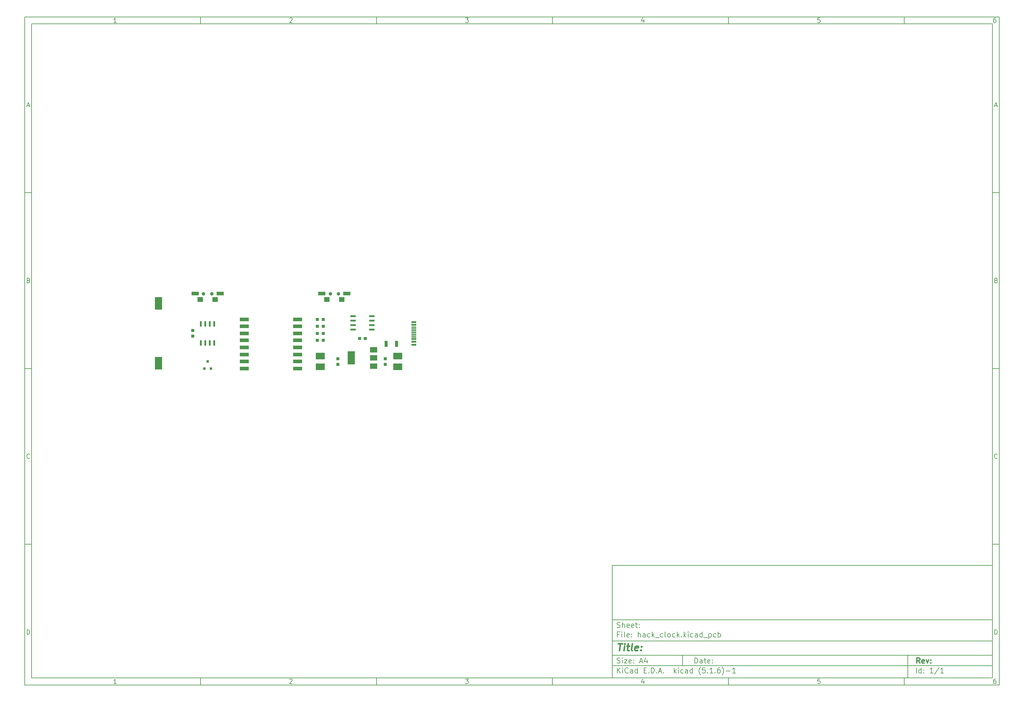
<source format=gtp>
G04 #@! TF.GenerationSoftware,KiCad,Pcbnew,(5.1.6)-1*
G04 #@! TF.CreationDate,2020-07-24T11:40:27+08:00*
G04 #@! TF.ProjectId,hack_clock,6861636b-5f63-46c6-9f63-6b2e6b696361,rev?*
G04 #@! TF.SameCoordinates,Original*
G04 #@! TF.FileFunction,Paste,Top*
G04 #@! TF.FilePolarity,Positive*
%FSLAX46Y46*%
G04 Gerber Fmt 4.6, Leading zero omitted, Abs format (unit mm)*
G04 Created by KiCad (PCBNEW (5.1.6)-1) date 2020-07-24 11:40:27*
%MOMM*%
%LPD*%
G01*
G04 APERTURE LIST*
%ADD10C,0.150000*%
%ADD11C,0.300000*%
%ADD12C,0.400000*%
%ADD13R,2.499360X1.950720*%
%ADD14R,1.450000X0.300000*%
%ADD15R,1.450000X0.600000*%
%ADD16R,0.900000X1.700000*%
%ADD17R,2.500000X1.000000*%
%ADD18C,1.000000*%
%ADD19R,2.000000X1.000000*%
%ADD20R,1.500000X1.400000*%
%ADD21R,2.000000X3.600000*%
%ADD22R,0.965000X0.920000*%
%ADD23R,0.920000X0.965000*%
%ADD24R,0.800100X0.800100*%
%ADD25R,0.600000X1.550000*%
%ADD26R,1.550000X0.600000*%
%ADD27R,2.000000X1.500000*%
%ADD28R,2.000000X3.800000*%
G04 APERTURE END LIST*
D10*
X177002200Y-166007200D02*
X177002200Y-198007200D01*
X285002200Y-198007200D01*
X285002200Y-166007200D01*
X177002200Y-166007200D01*
X10000000Y-10000000D02*
X10000000Y-200007200D01*
X287002200Y-200007200D01*
X287002200Y-10000000D01*
X10000000Y-10000000D01*
X12000000Y-12000000D02*
X12000000Y-198007200D01*
X285002200Y-198007200D01*
X285002200Y-12000000D01*
X12000000Y-12000000D01*
X60000000Y-12000000D02*
X60000000Y-10000000D01*
X110000000Y-12000000D02*
X110000000Y-10000000D01*
X160000000Y-12000000D02*
X160000000Y-10000000D01*
X210000000Y-12000000D02*
X210000000Y-10000000D01*
X260000000Y-12000000D02*
X260000000Y-10000000D01*
X36065476Y-11588095D02*
X35322619Y-11588095D01*
X35694047Y-11588095D02*
X35694047Y-10288095D01*
X35570238Y-10473809D01*
X35446428Y-10597619D01*
X35322619Y-10659523D01*
X85322619Y-10411904D02*
X85384523Y-10350000D01*
X85508333Y-10288095D01*
X85817857Y-10288095D01*
X85941666Y-10350000D01*
X86003571Y-10411904D01*
X86065476Y-10535714D01*
X86065476Y-10659523D01*
X86003571Y-10845238D01*
X85260714Y-11588095D01*
X86065476Y-11588095D01*
X135260714Y-10288095D02*
X136065476Y-10288095D01*
X135632142Y-10783333D01*
X135817857Y-10783333D01*
X135941666Y-10845238D01*
X136003571Y-10907142D01*
X136065476Y-11030952D01*
X136065476Y-11340476D01*
X136003571Y-11464285D01*
X135941666Y-11526190D01*
X135817857Y-11588095D01*
X135446428Y-11588095D01*
X135322619Y-11526190D01*
X135260714Y-11464285D01*
X185941666Y-10721428D02*
X185941666Y-11588095D01*
X185632142Y-10226190D02*
X185322619Y-11154761D01*
X186127380Y-11154761D01*
X236003571Y-10288095D02*
X235384523Y-10288095D01*
X235322619Y-10907142D01*
X235384523Y-10845238D01*
X235508333Y-10783333D01*
X235817857Y-10783333D01*
X235941666Y-10845238D01*
X236003571Y-10907142D01*
X236065476Y-11030952D01*
X236065476Y-11340476D01*
X236003571Y-11464285D01*
X235941666Y-11526190D01*
X235817857Y-11588095D01*
X235508333Y-11588095D01*
X235384523Y-11526190D01*
X235322619Y-11464285D01*
X285941666Y-10288095D02*
X285694047Y-10288095D01*
X285570238Y-10350000D01*
X285508333Y-10411904D01*
X285384523Y-10597619D01*
X285322619Y-10845238D01*
X285322619Y-11340476D01*
X285384523Y-11464285D01*
X285446428Y-11526190D01*
X285570238Y-11588095D01*
X285817857Y-11588095D01*
X285941666Y-11526190D01*
X286003571Y-11464285D01*
X286065476Y-11340476D01*
X286065476Y-11030952D01*
X286003571Y-10907142D01*
X285941666Y-10845238D01*
X285817857Y-10783333D01*
X285570238Y-10783333D01*
X285446428Y-10845238D01*
X285384523Y-10907142D01*
X285322619Y-11030952D01*
X60000000Y-198007200D02*
X60000000Y-200007200D01*
X110000000Y-198007200D02*
X110000000Y-200007200D01*
X160000000Y-198007200D02*
X160000000Y-200007200D01*
X210000000Y-198007200D02*
X210000000Y-200007200D01*
X260000000Y-198007200D02*
X260000000Y-200007200D01*
X36065476Y-199595295D02*
X35322619Y-199595295D01*
X35694047Y-199595295D02*
X35694047Y-198295295D01*
X35570238Y-198481009D01*
X35446428Y-198604819D01*
X35322619Y-198666723D01*
X85322619Y-198419104D02*
X85384523Y-198357200D01*
X85508333Y-198295295D01*
X85817857Y-198295295D01*
X85941666Y-198357200D01*
X86003571Y-198419104D01*
X86065476Y-198542914D01*
X86065476Y-198666723D01*
X86003571Y-198852438D01*
X85260714Y-199595295D01*
X86065476Y-199595295D01*
X135260714Y-198295295D02*
X136065476Y-198295295D01*
X135632142Y-198790533D01*
X135817857Y-198790533D01*
X135941666Y-198852438D01*
X136003571Y-198914342D01*
X136065476Y-199038152D01*
X136065476Y-199347676D01*
X136003571Y-199471485D01*
X135941666Y-199533390D01*
X135817857Y-199595295D01*
X135446428Y-199595295D01*
X135322619Y-199533390D01*
X135260714Y-199471485D01*
X185941666Y-198728628D02*
X185941666Y-199595295D01*
X185632142Y-198233390D02*
X185322619Y-199161961D01*
X186127380Y-199161961D01*
X236003571Y-198295295D02*
X235384523Y-198295295D01*
X235322619Y-198914342D01*
X235384523Y-198852438D01*
X235508333Y-198790533D01*
X235817857Y-198790533D01*
X235941666Y-198852438D01*
X236003571Y-198914342D01*
X236065476Y-199038152D01*
X236065476Y-199347676D01*
X236003571Y-199471485D01*
X235941666Y-199533390D01*
X235817857Y-199595295D01*
X235508333Y-199595295D01*
X235384523Y-199533390D01*
X235322619Y-199471485D01*
X285941666Y-198295295D02*
X285694047Y-198295295D01*
X285570238Y-198357200D01*
X285508333Y-198419104D01*
X285384523Y-198604819D01*
X285322619Y-198852438D01*
X285322619Y-199347676D01*
X285384523Y-199471485D01*
X285446428Y-199533390D01*
X285570238Y-199595295D01*
X285817857Y-199595295D01*
X285941666Y-199533390D01*
X286003571Y-199471485D01*
X286065476Y-199347676D01*
X286065476Y-199038152D01*
X286003571Y-198914342D01*
X285941666Y-198852438D01*
X285817857Y-198790533D01*
X285570238Y-198790533D01*
X285446428Y-198852438D01*
X285384523Y-198914342D01*
X285322619Y-199038152D01*
X10000000Y-60000000D02*
X12000000Y-60000000D01*
X10000000Y-110000000D02*
X12000000Y-110000000D01*
X10000000Y-160000000D02*
X12000000Y-160000000D01*
X10690476Y-35216666D02*
X11309523Y-35216666D01*
X10566666Y-35588095D02*
X11000000Y-34288095D01*
X11433333Y-35588095D01*
X11092857Y-84907142D02*
X11278571Y-84969047D01*
X11340476Y-85030952D01*
X11402380Y-85154761D01*
X11402380Y-85340476D01*
X11340476Y-85464285D01*
X11278571Y-85526190D01*
X11154761Y-85588095D01*
X10659523Y-85588095D01*
X10659523Y-84288095D01*
X11092857Y-84288095D01*
X11216666Y-84350000D01*
X11278571Y-84411904D01*
X11340476Y-84535714D01*
X11340476Y-84659523D01*
X11278571Y-84783333D01*
X11216666Y-84845238D01*
X11092857Y-84907142D01*
X10659523Y-84907142D01*
X11402380Y-135464285D02*
X11340476Y-135526190D01*
X11154761Y-135588095D01*
X11030952Y-135588095D01*
X10845238Y-135526190D01*
X10721428Y-135402380D01*
X10659523Y-135278571D01*
X10597619Y-135030952D01*
X10597619Y-134845238D01*
X10659523Y-134597619D01*
X10721428Y-134473809D01*
X10845238Y-134350000D01*
X11030952Y-134288095D01*
X11154761Y-134288095D01*
X11340476Y-134350000D01*
X11402380Y-134411904D01*
X10659523Y-185588095D02*
X10659523Y-184288095D01*
X10969047Y-184288095D01*
X11154761Y-184350000D01*
X11278571Y-184473809D01*
X11340476Y-184597619D01*
X11402380Y-184845238D01*
X11402380Y-185030952D01*
X11340476Y-185278571D01*
X11278571Y-185402380D01*
X11154761Y-185526190D01*
X10969047Y-185588095D01*
X10659523Y-185588095D01*
X287002200Y-60000000D02*
X285002200Y-60000000D01*
X287002200Y-110000000D02*
X285002200Y-110000000D01*
X287002200Y-160000000D02*
X285002200Y-160000000D01*
X285692676Y-35216666D02*
X286311723Y-35216666D01*
X285568866Y-35588095D02*
X286002200Y-34288095D01*
X286435533Y-35588095D01*
X286095057Y-84907142D02*
X286280771Y-84969047D01*
X286342676Y-85030952D01*
X286404580Y-85154761D01*
X286404580Y-85340476D01*
X286342676Y-85464285D01*
X286280771Y-85526190D01*
X286156961Y-85588095D01*
X285661723Y-85588095D01*
X285661723Y-84288095D01*
X286095057Y-84288095D01*
X286218866Y-84350000D01*
X286280771Y-84411904D01*
X286342676Y-84535714D01*
X286342676Y-84659523D01*
X286280771Y-84783333D01*
X286218866Y-84845238D01*
X286095057Y-84907142D01*
X285661723Y-84907142D01*
X286404580Y-135464285D02*
X286342676Y-135526190D01*
X286156961Y-135588095D01*
X286033152Y-135588095D01*
X285847438Y-135526190D01*
X285723628Y-135402380D01*
X285661723Y-135278571D01*
X285599819Y-135030952D01*
X285599819Y-134845238D01*
X285661723Y-134597619D01*
X285723628Y-134473809D01*
X285847438Y-134350000D01*
X286033152Y-134288095D01*
X286156961Y-134288095D01*
X286342676Y-134350000D01*
X286404580Y-134411904D01*
X285661723Y-185588095D02*
X285661723Y-184288095D01*
X285971247Y-184288095D01*
X286156961Y-184350000D01*
X286280771Y-184473809D01*
X286342676Y-184597619D01*
X286404580Y-184845238D01*
X286404580Y-185030952D01*
X286342676Y-185278571D01*
X286280771Y-185402380D01*
X286156961Y-185526190D01*
X285971247Y-185588095D01*
X285661723Y-185588095D01*
X200434342Y-193785771D02*
X200434342Y-192285771D01*
X200791485Y-192285771D01*
X201005771Y-192357200D01*
X201148628Y-192500057D01*
X201220057Y-192642914D01*
X201291485Y-192928628D01*
X201291485Y-193142914D01*
X201220057Y-193428628D01*
X201148628Y-193571485D01*
X201005771Y-193714342D01*
X200791485Y-193785771D01*
X200434342Y-193785771D01*
X202577200Y-193785771D02*
X202577200Y-193000057D01*
X202505771Y-192857200D01*
X202362914Y-192785771D01*
X202077200Y-192785771D01*
X201934342Y-192857200D01*
X202577200Y-193714342D02*
X202434342Y-193785771D01*
X202077200Y-193785771D01*
X201934342Y-193714342D01*
X201862914Y-193571485D01*
X201862914Y-193428628D01*
X201934342Y-193285771D01*
X202077200Y-193214342D01*
X202434342Y-193214342D01*
X202577200Y-193142914D01*
X203077200Y-192785771D02*
X203648628Y-192785771D01*
X203291485Y-192285771D02*
X203291485Y-193571485D01*
X203362914Y-193714342D01*
X203505771Y-193785771D01*
X203648628Y-193785771D01*
X204720057Y-193714342D02*
X204577200Y-193785771D01*
X204291485Y-193785771D01*
X204148628Y-193714342D01*
X204077200Y-193571485D01*
X204077200Y-193000057D01*
X204148628Y-192857200D01*
X204291485Y-192785771D01*
X204577200Y-192785771D01*
X204720057Y-192857200D01*
X204791485Y-193000057D01*
X204791485Y-193142914D01*
X204077200Y-193285771D01*
X205434342Y-193642914D02*
X205505771Y-193714342D01*
X205434342Y-193785771D01*
X205362914Y-193714342D01*
X205434342Y-193642914D01*
X205434342Y-193785771D01*
X205434342Y-192857200D02*
X205505771Y-192928628D01*
X205434342Y-193000057D01*
X205362914Y-192928628D01*
X205434342Y-192857200D01*
X205434342Y-193000057D01*
X177002200Y-194507200D02*
X285002200Y-194507200D01*
X178434342Y-196585771D02*
X178434342Y-195085771D01*
X179291485Y-196585771D02*
X178648628Y-195728628D01*
X179291485Y-195085771D02*
X178434342Y-195942914D01*
X179934342Y-196585771D02*
X179934342Y-195585771D01*
X179934342Y-195085771D02*
X179862914Y-195157200D01*
X179934342Y-195228628D01*
X180005771Y-195157200D01*
X179934342Y-195085771D01*
X179934342Y-195228628D01*
X181505771Y-196442914D02*
X181434342Y-196514342D01*
X181220057Y-196585771D01*
X181077200Y-196585771D01*
X180862914Y-196514342D01*
X180720057Y-196371485D01*
X180648628Y-196228628D01*
X180577200Y-195942914D01*
X180577200Y-195728628D01*
X180648628Y-195442914D01*
X180720057Y-195300057D01*
X180862914Y-195157200D01*
X181077200Y-195085771D01*
X181220057Y-195085771D01*
X181434342Y-195157200D01*
X181505771Y-195228628D01*
X182791485Y-196585771D02*
X182791485Y-195800057D01*
X182720057Y-195657200D01*
X182577200Y-195585771D01*
X182291485Y-195585771D01*
X182148628Y-195657200D01*
X182791485Y-196514342D02*
X182648628Y-196585771D01*
X182291485Y-196585771D01*
X182148628Y-196514342D01*
X182077200Y-196371485D01*
X182077200Y-196228628D01*
X182148628Y-196085771D01*
X182291485Y-196014342D01*
X182648628Y-196014342D01*
X182791485Y-195942914D01*
X184148628Y-196585771D02*
X184148628Y-195085771D01*
X184148628Y-196514342D02*
X184005771Y-196585771D01*
X183720057Y-196585771D01*
X183577200Y-196514342D01*
X183505771Y-196442914D01*
X183434342Y-196300057D01*
X183434342Y-195871485D01*
X183505771Y-195728628D01*
X183577200Y-195657200D01*
X183720057Y-195585771D01*
X184005771Y-195585771D01*
X184148628Y-195657200D01*
X186005771Y-195800057D02*
X186505771Y-195800057D01*
X186720057Y-196585771D02*
X186005771Y-196585771D01*
X186005771Y-195085771D01*
X186720057Y-195085771D01*
X187362914Y-196442914D02*
X187434342Y-196514342D01*
X187362914Y-196585771D01*
X187291485Y-196514342D01*
X187362914Y-196442914D01*
X187362914Y-196585771D01*
X188077200Y-196585771D02*
X188077200Y-195085771D01*
X188434342Y-195085771D01*
X188648628Y-195157200D01*
X188791485Y-195300057D01*
X188862914Y-195442914D01*
X188934342Y-195728628D01*
X188934342Y-195942914D01*
X188862914Y-196228628D01*
X188791485Y-196371485D01*
X188648628Y-196514342D01*
X188434342Y-196585771D01*
X188077200Y-196585771D01*
X189577200Y-196442914D02*
X189648628Y-196514342D01*
X189577200Y-196585771D01*
X189505771Y-196514342D01*
X189577200Y-196442914D01*
X189577200Y-196585771D01*
X190220057Y-196157200D02*
X190934342Y-196157200D01*
X190077200Y-196585771D02*
X190577200Y-195085771D01*
X191077200Y-196585771D01*
X191577200Y-196442914D02*
X191648628Y-196514342D01*
X191577200Y-196585771D01*
X191505771Y-196514342D01*
X191577200Y-196442914D01*
X191577200Y-196585771D01*
X194577200Y-196585771D02*
X194577200Y-195085771D01*
X194720057Y-196014342D02*
X195148628Y-196585771D01*
X195148628Y-195585771D02*
X194577200Y-196157200D01*
X195791485Y-196585771D02*
X195791485Y-195585771D01*
X195791485Y-195085771D02*
X195720057Y-195157200D01*
X195791485Y-195228628D01*
X195862914Y-195157200D01*
X195791485Y-195085771D01*
X195791485Y-195228628D01*
X197148628Y-196514342D02*
X197005771Y-196585771D01*
X196720057Y-196585771D01*
X196577200Y-196514342D01*
X196505771Y-196442914D01*
X196434342Y-196300057D01*
X196434342Y-195871485D01*
X196505771Y-195728628D01*
X196577200Y-195657200D01*
X196720057Y-195585771D01*
X197005771Y-195585771D01*
X197148628Y-195657200D01*
X198434342Y-196585771D02*
X198434342Y-195800057D01*
X198362914Y-195657200D01*
X198220057Y-195585771D01*
X197934342Y-195585771D01*
X197791485Y-195657200D01*
X198434342Y-196514342D02*
X198291485Y-196585771D01*
X197934342Y-196585771D01*
X197791485Y-196514342D01*
X197720057Y-196371485D01*
X197720057Y-196228628D01*
X197791485Y-196085771D01*
X197934342Y-196014342D01*
X198291485Y-196014342D01*
X198434342Y-195942914D01*
X199791485Y-196585771D02*
X199791485Y-195085771D01*
X199791485Y-196514342D02*
X199648628Y-196585771D01*
X199362914Y-196585771D01*
X199220057Y-196514342D01*
X199148628Y-196442914D01*
X199077200Y-196300057D01*
X199077200Y-195871485D01*
X199148628Y-195728628D01*
X199220057Y-195657200D01*
X199362914Y-195585771D01*
X199648628Y-195585771D01*
X199791485Y-195657200D01*
X202077200Y-197157200D02*
X202005771Y-197085771D01*
X201862914Y-196871485D01*
X201791485Y-196728628D01*
X201720057Y-196514342D01*
X201648628Y-196157200D01*
X201648628Y-195871485D01*
X201720057Y-195514342D01*
X201791485Y-195300057D01*
X201862914Y-195157200D01*
X202005771Y-194942914D01*
X202077200Y-194871485D01*
X203362914Y-195085771D02*
X202648628Y-195085771D01*
X202577200Y-195800057D01*
X202648628Y-195728628D01*
X202791485Y-195657200D01*
X203148628Y-195657200D01*
X203291485Y-195728628D01*
X203362914Y-195800057D01*
X203434342Y-195942914D01*
X203434342Y-196300057D01*
X203362914Y-196442914D01*
X203291485Y-196514342D01*
X203148628Y-196585771D01*
X202791485Y-196585771D01*
X202648628Y-196514342D01*
X202577200Y-196442914D01*
X204077200Y-196442914D02*
X204148628Y-196514342D01*
X204077200Y-196585771D01*
X204005771Y-196514342D01*
X204077200Y-196442914D01*
X204077200Y-196585771D01*
X205577200Y-196585771D02*
X204720057Y-196585771D01*
X205148628Y-196585771D02*
X205148628Y-195085771D01*
X205005771Y-195300057D01*
X204862914Y-195442914D01*
X204720057Y-195514342D01*
X206220057Y-196442914D02*
X206291485Y-196514342D01*
X206220057Y-196585771D01*
X206148628Y-196514342D01*
X206220057Y-196442914D01*
X206220057Y-196585771D01*
X207577200Y-195085771D02*
X207291485Y-195085771D01*
X207148628Y-195157200D01*
X207077200Y-195228628D01*
X206934342Y-195442914D01*
X206862914Y-195728628D01*
X206862914Y-196300057D01*
X206934342Y-196442914D01*
X207005771Y-196514342D01*
X207148628Y-196585771D01*
X207434342Y-196585771D01*
X207577200Y-196514342D01*
X207648628Y-196442914D01*
X207720057Y-196300057D01*
X207720057Y-195942914D01*
X207648628Y-195800057D01*
X207577200Y-195728628D01*
X207434342Y-195657200D01*
X207148628Y-195657200D01*
X207005771Y-195728628D01*
X206934342Y-195800057D01*
X206862914Y-195942914D01*
X208220057Y-197157200D02*
X208291485Y-197085771D01*
X208434342Y-196871485D01*
X208505771Y-196728628D01*
X208577200Y-196514342D01*
X208648628Y-196157200D01*
X208648628Y-195871485D01*
X208577200Y-195514342D01*
X208505771Y-195300057D01*
X208434342Y-195157200D01*
X208291485Y-194942914D01*
X208220057Y-194871485D01*
X209362914Y-196014342D02*
X210505771Y-196014342D01*
X212005771Y-196585771D02*
X211148628Y-196585771D01*
X211577200Y-196585771D02*
X211577200Y-195085771D01*
X211434342Y-195300057D01*
X211291485Y-195442914D01*
X211148628Y-195514342D01*
X177002200Y-191507200D02*
X285002200Y-191507200D01*
D11*
X264411485Y-193785771D02*
X263911485Y-193071485D01*
X263554342Y-193785771D02*
X263554342Y-192285771D01*
X264125771Y-192285771D01*
X264268628Y-192357200D01*
X264340057Y-192428628D01*
X264411485Y-192571485D01*
X264411485Y-192785771D01*
X264340057Y-192928628D01*
X264268628Y-193000057D01*
X264125771Y-193071485D01*
X263554342Y-193071485D01*
X265625771Y-193714342D02*
X265482914Y-193785771D01*
X265197200Y-193785771D01*
X265054342Y-193714342D01*
X264982914Y-193571485D01*
X264982914Y-193000057D01*
X265054342Y-192857200D01*
X265197200Y-192785771D01*
X265482914Y-192785771D01*
X265625771Y-192857200D01*
X265697200Y-193000057D01*
X265697200Y-193142914D01*
X264982914Y-193285771D01*
X266197200Y-192785771D02*
X266554342Y-193785771D01*
X266911485Y-192785771D01*
X267482914Y-193642914D02*
X267554342Y-193714342D01*
X267482914Y-193785771D01*
X267411485Y-193714342D01*
X267482914Y-193642914D01*
X267482914Y-193785771D01*
X267482914Y-192857200D02*
X267554342Y-192928628D01*
X267482914Y-193000057D01*
X267411485Y-192928628D01*
X267482914Y-192857200D01*
X267482914Y-193000057D01*
D10*
X178362914Y-193714342D02*
X178577200Y-193785771D01*
X178934342Y-193785771D01*
X179077200Y-193714342D01*
X179148628Y-193642914D01*
X179220057Y-193500057D01*
X179220057Y-193357200D01*
X179148628Y-193214342D01*
X179077200Y-193142914D01*
X178934342Y-193071485D01*
X178648628Y-193000057D01*
X178505771Y-192928628D01*
X178434342Y-192857200D01*
X178362914Y-192714342D01*
X178362914Y-192571485D01*
X178434342Y-192428628D01*
X178505771Y-192357200D01*
X178648628Y-192285771D01*
X179005771Y-192285771D01*
X179220057Y-192357200D01*
X179862914Y-193785771D02*
X179862914Y-192785771D01*
X179862914Y-192285771D02*
X179791485Y-192357200D01*
X179862914Y-192428628D01*
X179934342Y-192357200D01*
X179862914Y-192285771D01*
X179862914Y-192428628D01*
X180434342Y-192785771D02*
X181220057Y-192785771D01*
X180434342Y-193785771D01*
X181220057Y-193785771D01*
X182362914Y-193714342D02*
X182220057Y-193785771D01*
X181934342Y-193785771D01*
X181791485Y-193714342D01*
X181720057Y-193571485D01*
X181720057Y-193000057D01*
X181791485Y-192857200D01*
X181934342Y-192785771D01*
X182220057Y-192785771D01*
X182362914Y-192857200D01*
X182434342Y-193000057D01*
X182434342Y-193142914D01*
X181720057Y-193285771D01*
X183077200Y-193642914D02*
X183148628Y-193714342D01*
X183077200Y-193785771D01*
X183005771Y-193714342D01*
X183077200Y-193642914D01*
X183077200Y-193785771D01*
X183077200Y-192857200D02*
X183148628Y-192928628D01*
X183077200Y-193000057D01*
X183005771Y-192928628D01*
X183077200Y-192857200D01*
X183077200Y-193000057D01*
X184862914Y-193357200D02*
X185577200Y-193357200D01*
X184720057Y-193785771D02*
X185220057Y-192285771D01*
X185720057Y-193785771D01*
X186862914Y-192785771D02*
X186862914Y-193785771D01*
X186505771Y-192214342D02*
X186148628Y-193285771D01*
X187077200Y-193285771D01*
X263434342Y-196585771D02*
X263434342Y-195085771D01*
X264791485Y-196585771D02*
X264791485Y-195085771D01*
X264791485Y-196514342D02*
X264648628Y-196585771D01*
X264362914Y-196585771D01*
X264220057Y-196514342D01*
X264148628Y-196442914D01*
X264077200Y-196300057D01*
X264077200Y-195871485D01*
X264148628Y-195728628D01*
X264220057Y-195657200D01*
X264362914Y-195585771D01*
X264648628Y-195585771D01*
X264791485Y-195657200D01*
X265505771Y-196442914D02*
X265577200Y-196514342D01*
X265505771Y-196585771D01*
X265434342Y-196514342D01*
X265505771Y-196442914D01*
X265505771Y-196585771D01*
X265505771Y-195657200D02*
X265577200Y-195728628D01*
X265505771Y-195800057D01*
X265434342Y-195728628D01*
X265505771Y-195657200D01*
X265505771Y-195800057D01*
X268148628Y-196585771D02*
X267291485Y-196585771D01*
X267720057Y-196585771D02*
X267720057Y-195085771D01*
X267577200Y-195300057D01*
X267434342Y-195442914D01*
X267291485Y-195514342D01*
X269862914Y-195014342D02*
X268577200Y-196942914D01*
X271148628Y-196585771D02*
X270291485Y-196585771D01*
X270720057Y-196585771D02*
X270720057Y-195085771D01*
X270577200Y-195300057D01*
X270434342Y-195442914D01*
X270291485Y-195514342D01*
X177002200Y-187507200D02*
X285002200Y-187507200D01*
D12*
X178714580Y-188211961D02*
X179857438Y-188211961D01*
X179036009Y-190211961D02*
X179286009Y-188211961D01*
X180274104Y-190211961D02*
X180440771Y-188878628D01*
X180524104Y-188211961D02*
X180416961Y-188307200D01*
X180500295Y-188402438D01*
X180607438Y-188307200D01*
X180524104Y-188211961D01*
X180500295Y-188402438D01*
X181107438Y-188878628D02*
X181869342Y-188878628D01*
X181476485Y-188211961D02*
X181262200Y-189926247D01*
X181333628Y-190116723D01*
X181512200Y-190211961D01*
X181702676Y-190211961D01*
X182655057Y-190211961D02*
X182476485Y-190116723D01*
X182405057Y-189926247D01*
X182619342Y-188211961D01*
X184190771Y-190116723D02*
X183988390Y-190211961D01*
X183607438Y-190211961D01*
X183428866Y-190116723D01*
X183357438Y-189926247D01*
X183452676Y-189164342D01*
X183571723Y-188973866D01*
X183774104Y-188878628D01*
X184155057Y-188878628D01*
X184333628Y-188973866D01*
X184405057Y-189164342D01*
X184381247Y-189354819D01*
X183405057Y-189545295D01*
X185155057Y-190021485D02*
X185238390Y-190116723D01*
X185131247Y-190211961D01*
X185047914Y-190116723D01*
X185155057Y-190021485D01*
X185131247Y-190211961D01*
X185286009Y-188973866D02*
X185369342Y-189069104D01*
X185262200Y-189164342D01*
X185178866Y-189069104D01*
X185286009Y-188973866D01*
X185262200Y-189164342D01*
D10*
X178934342Y-185600057D02*
X178434342Y-185600057D01*
X178434342Y-186385771D02*
X178434342Y-184885771D01*
X179148628Y-184885771D01*
X179720057Y-186385771D02*
X179720057Y-185385771D01*
X179720057Y-184885771D02*
X179648628Y-184957200D01*
X179720057Y-185028628D01*
X179791485Y-184957200D01*
X179720057Y-184885771D01*
X179720057Y-185028628D01*
X180648628Y-186385771D02*
X180505771Y-186314342D01*
X180434342Y-186171485D01*
X180434342Y-184885771D01*
X181791485Y-186314342D02*
X181648628Y-186385771D01*
X181362914Y-186385771D01*
X181220057Y-186314342D01*
X181148628Y-186171485D01*
X181148628Y-185600057D01*
X181220057Y-185457200D01*
X181362914Y-185385771D01*
X181648628Y-185385771D01*
X181791485Y-185457200D01*
X181862914Y-185600057D01*
X181862914Y-185742914D01*
X181148628Y-185885771D01*
X182505771Y-186242914D02*
X182577200Y-186314342D01*
X182505771Y-186385771D01*
X182434342Y-186314342D01*
X182505771Y-186242914D01*
X182505771Y-186385771D01*
X182505771Y-185457200D02*
X182577200Y-185528628D01*
X182505771Y-185600057D01*
X182434342Y-185528628D01*
X182505771Y-185457200D01*
X182505771Y-185600057D01*
X184362914Y-186385771D02*
X184362914Y-184885771D01*
X185005771Y-186385771D02*
X185005771Y-185600057D01*
X184934342Y-185457200D01*
X184791485Y-185385771D01*
X184577200Y-185385771D01*
X184434342Y-185457200D01*
X184362914Y-185528628D01*
X186362914Y-186385771D02*
X186362914Y-185600057D01*
X186291485Y-185457200D01*
X186148628Y-185385771D01*
X185862914Y-185385771D01*
X185720057Y-185457200D01*
X186362914Y-186314342D02*
X186220057Y-186385771D01*
X185862914Y-186385771D01*
X185720057Y-186314342D01*
X185648628Y-186171485D01*
X185648628Y-186028628D01*
X185720057Y-185885771D01*
X185862914Y-185814342D01*
X186220057Y-185814342D01*
X186362914Y-185742914D01*
X187720057Y-186314342D02*
X187577200Y-186385771D01*
X187291485Y-186385771D01*
X187148628Y-186314342D01*
X187077200Y-186242914D01*
X187005771Y-186100057D01*
X187005771Y-185671485D01*
X187077200Y-185528628D01*
X187148628Y-185457200D01*
X187291485Y-185385771D01*
X187577200Y-185385771D01*
X187720057Y-185457200D01*
X188362914Y-186385771D02*
X188362914Y-184885771D01*
X188505771Y-185814342D02*
X188934342Y-186385771D01*
X188934342Y-185385771D02*
X188362914Y-185957200D01*
X189220057Y-186528628D02*
X190362914Y-186528628D01*
X191362914Y-186314342D02*
X191220057Y-186385771D01*
X190934342Y-186385771D01*
X190791485Y-186314342D01*
X190720057Y-186242914D01*
X190648628Y-186100057D01*
X190648628Y-185671485D01*
X190720057Y-185528628D01*
X190791485Y-185457200D01*
X190934342Y-185385771D01*
X191220057Y-185385771D01*
X191362914Y-185457200D01*
X192220057Y-186385771D02*
X192077200Y-186314342D01*
X192005771Y-186171485D01*
X192005771Y-184885771D01*
X193005771Y-186385771D02*
X192862914Y-186314342D01*
X192791485Y-186242914D01*
X192720057Y-186100057D01*
X192720057Y-185671485D01*
X192791485Y-185528628D01*
X192862914Y-185457200D01*
X193005771Y-185385771D01*
X193220057Y-185385771D01*
X193362914Y-185457200D01*
X193434342Y-185528628D01*
X193505771Y-185671485D01*
X193505771Y-186100057D01*
X193434342Y-186242914D01*
X193362914Y-186314342D01*
X193220057Y-186385771D01*
X193005771Y-186385771D01*
X194791485Y-186314342D02*
X194648628Y-186385771D01*
X194362914Y-186385771D01*
X194220057Y-186314342D01*
X194148628Y-186242914D01*
X194077200Y-186100057D01*
X194077200Y-185671485D01*
X194148628Y-185528628D01*
X194220057Y-185457200D01*
X194362914Y-185385771D01*
X194648628Y-185385771D01*
X194791485Y-185457200D01*
X195434342Y-186385771D02*
X195434342Y-184885771D01*
X195577200Y-185814342D02*
X196005771Y-186385771D01*
X196005771Y-185385771D02*
X195434342Y-185957200D01*
X196648628Y-186242914D02*
X196720057Y-186314342D01*
X196648628Y-186385771D01*
X196577200Y-186314342D01*
X196648628Y-186242914D01*
X196648628Y-186385771D01*
X197362914Y-186385771D02*
X197362914Y-184885771D01*
X197505771Y-185814342D02*
X197934342Y-186385771D01*
X197934342Y-185385771D02*
X197362914Y-185957200D01*
X198577200Y-186385771D02*
X198577200Y-185385771D01*
X198577200Y-184885771D02*
X198505771Y-184957200D01*
X198577200Y-185028628D01*
X198648628Y-184957200D01*
X198577200Y-184885771D01*
X198577200Y-185028628D01*
X199934342Y-186314342D02*
X199791485Y-186385771D01*
X199505771Y-186385771D01*
X199362914Y-186314342D01*
X199291485Y-186242914D01*
X199220057Y-186100057D01*
X199220057Y-185671485D01*
X199291485Y-185528628D01*
X199362914Y-185457200D01*
X199505771Y-185385771D01*
X199791485Y-185385771D01*
X199934342Y-185457200D01*
X201220057Y-186385771D02*
X201220057Y-185600057D01*
X201148628Y-185457200D01*
X201005771Y-185385771D01*
X200720057Y-185385771D01*
X200577200Y-185457200D01*
X201220057Y-186314342D02*
X201077200Y-186385771D01*
X200720057Y-186385771D01*
X200577200Y-186314342D01*
X200505771Y-186171485D01*
X200505771Y-186028628D01*
X200577200Y-185885771D01*
X200720057Y-185814342D01*
X201077200Y-185814342D01*
X201220057Y-185742914D01*
X202577200Y-186385771D02*
X202577200Y-184885771D01*
X202577200Y-186314342D02*
X202434342Y-186385771D01*
X202148628Y-186385771D01*
X202005771Y-186314342D01*
X201934342Y-186242914D01*
X201862914Y-186100057D01*
X201862914Y-185671485D01*
X201934342Y-185528628D01*
X202005771Y-185457200D01*
X202148628Y-185385771D01*
X202434342Y-185385771D01*
X202577200Y-185457200D01*
X202934342Y-186528628D02*
X204077200Y-186528628D01*
X204434342Y-185385771D02*
X204434342Y-186885771D01*
X204434342Y-185457200D02*
X204577200Y-185385771D01*
X204862914Y-185385771D01*
X205005771Y-185457200D01*
X205077200Y-185528628D01*
X205148628Y-185671485D01*
X205148628Y-186100057D01*
X205077200Y-186242914D01*
X205005771Y-186314342D01*
X204862914Y-186385771D01*
X204577200Y-186385771D01*
X204434342Y-186314342D01*
X206434342Y-186314342D02*
X206291485Y-186385771D01*
X206005771Y-186385771D01*
X205862914Y-186314342D01*
X205791485Y-186242914D01*
X205720057Y-186100057D01*
X205720057Y-185671485D01*
X205791485Y-185528628D01*
X205862914Y-185457200D01*
X206005771Y-185385771D01*
X206291485Y-185385771D01*
X206434342Y-185457200D01*
X207077200Y-186385771D02*
X207077200Y-184885771D01*
X207077200Y-185457200D02*
X207220057Y-185385771D01*
X207505771Y-185385771D01*
X207648628Y-185457200D01*
X207720057Y-185528628D01*
X207791485Y-185671485D01*
X207791485Y-186100057D01*
X207720057Y-186242914D01*
X207648628Y-186314342D01*
X207505771Y-186385771D01*
X207220057Y-186385771D01*
X207077200Y-186314342D01*
X177002200Y-181507200D02*
X285002200Y-181507200D01*
X178362914Y-183614342D02*
X178577200Y-183685771D01*
X178934342Y-183685771D01*
X179077200Y-183614342D01*
X179148628Y-183542914D01*
X179220057Y-183400057D01*
X179220057Y-183257200D01*
X179148628Y-183114342D01*
X179077200Y-183042914D01*
X178934342Y-182971485D01*
X178648628Y-182900057D01*
X178505771Y-182828628D01*
X178434342Y-182757200D01*
X178362914Y-182614342D01*
X178362914Y-182471485D01*
X178434342Y-182328628D01*
X178505771Y-182257200D01*
X178648628Y-182185771D01*
X179005771Y-182185771D01*
X179220057Y-182257200D01*
X179862914Y-183685771D02*
X179862914Y-182185771D01*
X180505771Y-183685771D02*
X180505771Y-182900057D01*
X180434342Y-182757200D01*
X180291485Y-182685771D01*
X180077200Y-182685771D01*
X179934342Y-182757200D01*
X179862914Y-182828628D01*
X181791485Y-183614342D02*
X181648628Y-183685771D01*
X181362914Y-183685771D01*
X181220057Y-183614342D01*
X181148628Y-183471485D01*
X181148628Y-182900057D01*
X181220057Y-182757200D01*
X181362914Y-182685771D01*
X181648628Y-182685771D01*
X181791485Y-182757200D01*
X181862914Y-182900057D01*
X181862914Y-183042914D01*
X181148628Y-183185771D01*
X183077200Y-183614342D02*
X182934342Y-183685771D01*
X182648628Y-183685771D01*
X182505771Y-183614342D01*
X182434342Y-183471485D01*
X182434342Y-182900057D01*
X182505771Y-182757200D01*
X182648628Y-182685771D01*
X182934342Y-182685771D01*
X183077200Y-182757200D01*
X183148628Y-182900057D01*
X183148628Y-183042914D01*
X182434342Y-183185771D01*
X183577200Y-182685771D02*
X184148628Y-182685771D01*
X183791485Y-182185771D02*
X183791485Y-183471485D01*
X183862914Y-183614342D01*
X184005771Y-183685771D01*
X184148628Y-183685771D01*
X184648628Y-183542914D02*
X184720057Y-183614342D01*
X184648628Y-183685771D01*
X184577200Y-183614342D01*
X184648628Y-183542914D01*
X184648628Y-183685771D01*
X184648628Y-182757200D02*
X184720057Y-182828628D01*
X184648628Y-182900057D01*
X184577200Y-182828628D01*
X184648628Y-182757200D01*
X184648628Y-182900057D01*
X197002200Y-191507200D02*
X197002200Y-194507200D01*
X261002200Y-191507200D02*
X261002200Y-198007200D01*
D13*
X116000000Y-109524000D03*
X116000000Y-106476000D03*
D14*
X120600000Y-100250000D03*
D15*
X120600000Y-102400000D03*
D14*
X120600000Y-101750000D03*
X120600000Y-98750000D03*
X120600000Y-100750000D03*
D15*
X120600000Y-103200000D03*
X120600000Y-97600000D03*
D14*
X120600000Y-99250000D03*
X120600000Y-101250000D03*
D15*
X120600000Y-96800000D03*
D14*
X120600000Y-99750000D03*
X120600000Y-98250000D03*
D16*
X115650000Y-102950000D03*
X112750000Y-102950000D03*
D17*
X87600000Y-96000000D03*
X87600000Y-98000000D03*
X87600000Y-100000000D03*
X87600000Y-102000000D03*
X87600000Y-104000000D03*
X87600000Y-106000000D03*
X87600000Y-108000000D03*
X87600000Y-110000000D03*
X72400000Y-110000000D03*
X72400000Y-108000000D03*
X72400000Y-106000000D03*
X72400000Y-104000000D03*
X72400000Y-102000000D03*
X72400000Y-100000000D03*
X72400000Y-98000000D03*
X72400000Y-96000000D03*
D18*
X60862690Y-88731800D03*
X63162710Y-88731800D03*
D19*
X58418600Y-88668200D03*
X65581400Y-88668200D03*
D20*
X59887280Y-90331800D03*
X64112720Y-90331800D03*
D21*
X48000000Y-108500000D03*
X48000000Y-91500000D03*
D22*
X106820000Y-101500000D03*
X105180000Y-101500000D03*
D23*
X112500000Y-107180000D03*
X112500000Y-108820000D03*
X99000000Y-107180000D03*
X99000000Y-108820000D03*
X57800000Y-99180000D03*
X57800000Y-100820000D03*
D24*
X61050000Y-110000760D03*
X62950000Y-110000760D03*
X62000000Y-108001780D03*
D22*
X94820000Y-96000000D03*
X93180000Y-96000000D03*
X93180000Y-98000000D03*
X94820000Y-98000000D03*
X94820000Y-100000000D03*
X93180000Y-100000000D03*
X93180000Y-102000000D03*
X94820000Y-102000000D03*
D25*
X63905000Y-97300000D03*
X62635000Y-97300000D03*
X61365000Y-97300000D03*
X60095000Y-97300000D03*
X60095000Y-102700000D03*
X61365000Y-102700000D03*
X62635000Y-102700000D03*
X63905000Y-102700000D03*
D13*
X94000000Y-106476000D03*
X94000000Y-109524000D03*
D20*
X100112720Y-90331800D03*
X95887280Y-90331800D03*
D19*
X101581400Y-88668200D03*
X94418600Y-88668200D03*
D18*
X99162710Y-88731800D03*
X96862690Y-88731800D03*
D26*
X108700000Y-98905000D03*
X108700000Y-97635000D03*
X108700000Y-96365000D03*
X108700000Y-95095000D03*
X103300000Y-95095000D03*
X103300000Y-96365000D03*
X103300000Y-97635000D03*
X103300000Y-98905000D03*
D27*
X109150000Y-109300000D03*
X109150000Y-104700000D03*
X109150000Y-107000000D03*
D28*
X102850000Y-107000000D03*
M02*

</source>
